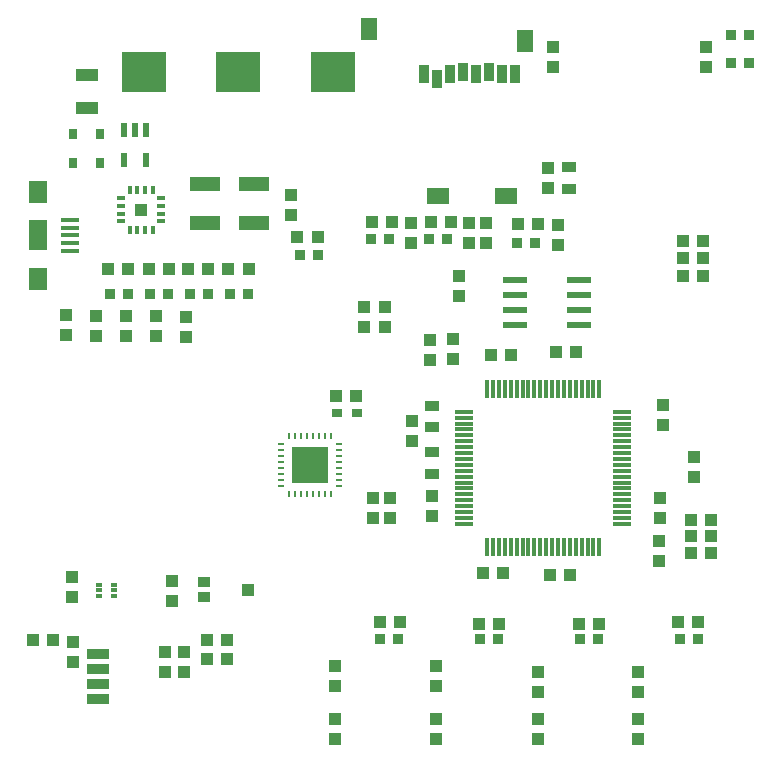
<source format=gbr>
%TF.GenerationSoftware,Novarm,DipTrace,3.2.0.1*%
%TF.CreationDate,2017-11-16T22:50:52-08:00*%
%FSLAX26Y26*%
%MOIN*%
%TF.FileFunction,Paste,Top*%
%TF.Part,Single*%
%AMOUTLINE0*
4,1,4,
-0.049213,-0.023622,
0.049213,-0.023622,
0.049213,0.023622,
-0.049213,0.023622,
-0.049213,-0.023622,
0*%
%AMOUTLINE1*
4,1,4,
-0.012402,-0.016339,
0.012402,-0.016339,
0.012402,0.016339,
-0.012402,0.016339,
-0.012402,-0.016339,
0*%
%AMOUTLINE2*
4,1,4,
-0.035433,0.019685,
-0.035433,-0.019685,
0.035433,-0.019685,
0.035433,0.019685,
-0.035433,0.019685,
0*%
%AMOUTLINE3*
4,1,4,
-0.028543,0.007874,
-0.028543,-0.007874,
0.028543,-0.007874,
0.028543,0.007874,
-0.028543,0.007874,
0*%
%AMOUTLINE4*
4,1,4,
-0.029528,0.035433,
-0.029528,-0.035433,
0.029528,-0.035433,
0.029528,0.035433,
-0.029528,0.035433,
0*%
%AMOUTLINE5*
4,1,4,
-0.029528,0.049213,
-0.029528,-0.049213,
0.029528,-0.049213,
0.029528,0.049213,
-0.029528,0.049213,
0*%
%AMOUTLINE7*
4,1,4,
-0.023622,0.015748,
-0.023622,-0.015748,
0.023622,-0.015748,
0.023622,0.015748,
-0.023622,0.015748,
0*%
%AMOUTLINE8*
4,1,4,
0.023622,-0.015748,
0.023622,0.015748,
-0.023622,0.015748,
-0.023622,-0.015748,
0.023622,-0.015748,
0*%
%AMOUTLINE9*
4,1,4,
-0.015748,0.015748,
-0.015748,-0.015748,
0.015748,-0.015748,
0.015748,0.015748,
-0.015748,0.015748,
0*%
%AMOUTLINE10*
4,1,4,
0.015748,0.029528,
-0.015748,0.029528,
-0.015748,-0.029528,
0.015748,-0.029528,
0.015748,0.029528,
0*%
%AMOUTLINE11*
4,1,4,
0.035433,0.027559,
-0.035433,0.027559,
-0.035433,-0.027559,
0.035433,-0.027559,
0.035433,0.027559,
0*%
%AMOUTLINE12*
4,1,4,
0.027559,0.037402,
-0.027559,0.037402,
-0.027559,-0.037402,
0.027559,-0.037402,
0.027559,0.037402,
0*%
%AMOUTLINE13*
4,1,4,
0.00689,-0.01378,
0.00689,0.01378,
-0.00689,0.01378,
-0.00689,-0.01378,
0.00689,-0.01378,
0*%
%AMOUTLINE14*
4,1,4,
0.01378,0.00689,
-0.01378,0.00689,
-0.01378,-0.00689,
0.01378,-0.00689,
0.01378,0.00689,
0*%
%AMOUTLINE15*
4,1,4,
-0.00689,0.01378,
-0.00689,-0.01378,
0.00689,-0.01378,
0.00689,0.01378,
-0.00689,0.01378,
0*%
%AMOUTLINE16*
4,1,4,
-0.01378,-0.00689,
0.01378,-0.00689,
0.01378,0.00689,
-0.01378,0.00689,
-0.01378,-0.00689,
0*%
%AMOUTLINE17*
4,1,4,
0.019685,-0.019685,
0.019685,0.019685,
-0.019685,0.019685,
-0.019685,-0.019685,
0.019685,-0.019685,
0*%
%AMOUTLINE18*
4,1,4,
-0.010827,-0.023622,
0.010827,-0.023622,
0.010827,0.023622,
-0.010827,0.023622,
-0.010827,-0.023622,
0*%
%AMOUTLINE19*
4,1,4,
0.021654,0.015748,
-0.021654,0.015748,
-0.021654,-0.015748,
0.021654,-0.015748,
0.021654,0.015748,
0*%
%AMOUTLINE20*
4,1,4,
0.021654,0.019685,
-0.021654,0.019685,
-0.021654,-0.019685,
0.021654,-0.019685,
0.021654,0.019685,
0*%
%AMOUTLINE21*
4,1,4,
0.035433,-0.015748,
0.035433,0.015748,
-0.035433,0.015748,
-0.035433,-0.015748,
0.035433,-0.015748,
0*%
%AMOUTLINE22*
4,1,4,
-0.009843,0.005906,
-0.009843,-0.005906,
0.009843,-0.005906,
0.009843,0.005906,
-0.009843,0.005906,
0*%
%ADD21R,0.043307X0.03937*%
%ADD22R,0.03937X0.043307*%
%ADD35R,0.062992X0.011811*%
%ADD36R,0.011811X0.062992*%
%ADD37R,0.07874X0.023622*%
%ADD64R,0.119953X0.119953*%
%ADD66O,0.025465X0.003811*%
%ADD68O,0.003811X0.025465*%
%ADD74R,0.011685X0.003811*%
%ADD76R,0.003811X0.011685*%
%ADD94R,0.035307X0.03137*%
%ADD96R,0.14948X0.133732*%
%ADD100OUTLINE0*%
%ADD101OUTLINE1*%
%ADD102OUTLINE2*%
%ADD103OUTLINE3*%
%ADD104OUTLINE4*%
%ADD105OUTLINE5*%
%ADD107OUTLINE7*%
%ADD108OUTLINE8*%
%ADD109OUTLINE9*%
%ADD110OUTLINE10*%
%ADD111OUTLINE11*%
%ADD112OUTLINE12*%
%ADD113OUTLINE13*%
%ADD114OUTLINE14*%
%ADD115OUTLINE15*%
%ADD116OUTLINE16*%
%ADD117OUTLINE17*%
%ADD118OUTLINE18*%
%ADD119OUTLINE19*%
%ADD120OUTLINE20*%
%ADD121OUTLINE21*%
%ADD122OUTLINE22*%
G75*
G01*
%LPD*%
D96*
X1456500Y2694000D3*
X1141539D3*
X826579D3*
D21*
X2050424Y1750382D3*
X1983495D3*
X1956664Y1025306D3*
X2023593D3*
D22*
X2547125Y1209625D3*
Y1276554D3*
D21*
X2247125Y1019000D3*
X2180196D3*
D22*
X2559625Y1519000D3*
Y1585929D3*
X1787749Y1281500D3*
Y1214571D3*
X1722125Y1465871D3*
Y1532801D3*
X1647003Y1275156D3*
Y1208227D3*
X1590752Y1275156D3*
Y1208227D3*
D100*
X1031470Y2322129D3*
Y2192207D3*
X1193987Y2322129D3*
Y2192207D3*
D21*
X2200249Y1762751D3*
X2267178D3*
D22*
X1319000Y2284625D3*
Y2217696D3*
X1877465Y2014965D3*
Y1948035D3*
D21*
X1037752Y800249D3*
X1104681D3*
X1103378Y737749D3*
X1036449D3*
D22*
X587749Y944000D3*
Y1010929D3*
X589982Y796243D3*
Y729314D3*
X2175437Y2375448D3*
Y2308518D3*
D21*
X1469000Y1615875D3*
X1535929D3*
D101*
X590875Y2487751D3*
X681427D3*
X590875Y2390875D3*
X681427D3*
D102*
X637751Y2575251D3*
Y2685487D3*
G36*
X503745Y2330701D2*
X444756D1*
Y2259807D1*
X503745D1*
Y2330701D1*
G37*
G36*
X488001Y2179758D2*
X460474D1*
Y2120687D1*
X488001D1*
Y2179758D1*
G37*
G36*
X503745Y2040637D2*
X444756D1*
Y1969743D1*
X503745D1*
Y2040637D1*
G37*
D103*
X581500Y2150251D3*
Y2175841D3*
Y2099070D3*
Y2124659D3*
D104*
X474217Y2295329D3*
Y2005172D3*
D105*
Y2150251D3*
D103*
X581500Y2201430D3*
D107*
X1787896Y1356591D3*
Y1427457D3*
D108*
Y1581614D3*
Y1510748D3*
D107*
X2244194Y2306690D3*
Y2377556D3*
D109*
X1407251Y2083751D3*
X1348196D3*
X908583Y1956501D3*
X849528D3*
X775251D3*
X716196D3*
X1175249D3*
X1116194D3*
X1041916D3*
X982861D3*
X2675249Y806500D3*
X2616194D3*
X2341916D3*
X2282861D3*
X2008584D3*
X1949529D3*
X1675251D3*
X1616196D3*
X1837902Y2137923D3*
X1778846D3*
X1644131D3*
X1585076D3*
X2131682Y2125421D3*
X2072627D3*
X2844000Y2725251D3*
X2784945D3*
X2844000Y2819000D3*
X2784945D3*
D110*
X1762749Y2687749D3*
X1806056Y2672001D3*
X1849364Y2687749D3*
X1892671Y2695623D3*
X1935978Y2687749D3*
X1979285Y2695623D3*
X2022592Y2687749D3*
X2065899D3*
D111*
X2034009Y2282238D3*
X1809600D3*
D112*
X1579285Y2839324D3*
X2097001Y2799954D3*
D22*
X1781654Y1736257D3*
Y1803186D3*
X1856654Y1737881D3*
Y1804810D3*
D21*
X1339677Y2144173D3*
X1406606D3*
D22*
X1631500Y1912751D3*
Y1845822D3*
X1969165Y2125421D3*
Y2192350D3*
X969000Y1812751D3*
Y1879680D3*
X869000Y1815875D3*
Y1882804D3*
X769000Y1814571D3*
Y1881500D3*
X669000Y1815875D3*
Y1882804D3*
X2544226Y1131567D3*
Y1064638D3*
X569000Y1884625D3*
Y1817696D3*
D21*
X843738Y2037751D3*
X910667D3*
X708320D3*
X775249D3*
D22*
X1562751Y1912751D3*
Y1845822D3*
D21*
X1109625Y2037751D3*
X1176554D3*
X975251D3*
X1042180D3*
X2675249Y862749D3*
X2608320D3*
X2344000Y856500D3*
X2277071D3*
X2012751D3*
X1945822D3*
X1681500Y862749D3*
X1614571D3*
D22*
X1912741Y2125249D3*
Y2192178D3*
D21*
X1783311Y2194000D3*
X1850240D3*
D22*
X1718991Y2125249D3*
Y2192178D3*
D21*
X1587739Y2194000D3*
X1654668D3*
D22*
X2206690Y2119171D3*
Y2186100D3*
D21*
X2075427Y2187928D3*
X2142356D3*
D22*
X1465073Y714995D3*
Y648066D3*
X1802609Y714995D3*
Y648066D3*
X2141972Y696243D3*
Y629314D3*
X2475469Y694031D3*
Y627102D3*
X2140144Y537765D3*
Y470836D3*
X1802609Y537765D3*
Y470836D3*
X2475469Y537765D3*
Y470836D3*
X1465073Y537765D3*
Y470836D3*
D21*
X456507Y800282D3*
X523436D3*
D22*
X962810Y762778D3*
Y695849D3*
X897175Y762778D3*
Y695849D3*
D21*
X2650249Y1203375D3*
X2717178D3*
X2650251Y1147125D3*
X2717180D3*
X2650249Y1090875D3*
X2717178D3*
X2625251Y2131500D3*
X2692180D3*
X2625252Y2075251D3*
X2692181D3*
X2625488Y2016034D3*
X2692417D3*
D22*
X920157Y930713D3*
Y997642D3*
X2702466Y2777465D3*
Y2710535D3*
X2662988Y1412846D3*
Y1345917D3*
X2189963Y2710546D3*
Y2777475D3*
D94*
X1469911Y1557411D3*
X1536840D3*
D35*
X1894984Y1562749D3*
Y1543064D3*
Y1523379D3*
Y1503694D3*
Y1484009D3*
Y1464324D3*
Y1444639D3*
Y1424954D3*
Y1405269D3*
Y1385584D3*
Y1365899D3*
Y1346214D3*
Y1326529D3*
Y1306844D3*
Y1287159D3*
Y1267474D3*
Y1247789D3*
Y1228104D3*
Y1208419D3*
Y1188734D3*
D36*
X1971756Y1111962D3*
X1991441D3*
X2011126D3*
X2030811D3*
X2050496D3*
X2070181D3*
X2089866D3*
X2109551D3*
X2129236D3*
X2148921D3*
X2168606D3*
X2188291D3*
X2207976D3*
X2227661D3*
X2247346D3*
X2267031D3*
X2286717D3*
X2306402D3*
X2326087D3*
X2345772D3*
D35*
X2422543Y1188734D3*
Y1208419D3*
Y1228104D3*
Y1247789D3*
Y1267474D3*
Y1287159D3*
Y1306844D3*
Y1326529D3*
Y1346214D3*
Y1365899D3*
Y1385584D3*
Y1405269D3*
Y1424954D3*
Y1444639D3*
Y1464324D3*
Y1484009D3*
Y1503694D3*
Y1523379D3*
Y1543064D3*
Y1562749D3*
D36*
X2345772Y1639521D3*
X2326087D3*
X2306402D3*
X2286717D3*
X2267031D3*
X2247346D3*
X2227661D3*
X2207976D3*
X2188291D3*
X2168606D3*
X2148921D3*
X2129236D3*
X2109551D3*
X2089866D3*
X2070181D3*
X2050496D3*
X2030811D3*
X2011126D3*
X1991441D3*
X1971756D3*
D113*
X856500Y2303375D3*
X830909D3*
X805319D3*
X779728D3*
D114*
X750201Y2273848D3*
Y2248257D3*
Y2222667D3*
Y2197076D3*
D115*
X779728Y2167549D3*
X805319D3*
X830909D3*
X856500D3*
D116*
X886028Y2197076D3*
Y2222667D3*
Y2248257D3*
Y2273848D3*
D117*
X818114Y2235462D3*
D118*
X834625Y2503375D3*
X797223D3*
X759822D3*
Y2401005D3*
X834625D3*
D37*
X2065875Y2003375D3*
Y1953375D3*
Y1903375D3*
Y1853375D3*
X2278474D3*
Y1903375D3*
Y1953375D3*
Y2003375D3*
D76*
X1281593Y812783D3*
X1261908D3*
X1242223D3*
X1222538D3*
X1202853D3*
D74*
X1193010Y783256D3*
Y763571D3*
Y743886D3*
D76*
X1222538Y714358D3*
X1242223D3*
X1261908D3*
X1281593D3*
D74*
X1291436Y743886D3*
Y763571D3*
Y783256D3*
D76*
X1202853Y714358D3*
D119*
X1028375Y944000D3*
D120*
X1175226Y969984D3*
D119*
X1028375Y995181D3*
D121*
X675280Y756528D3*
Y606528D3*
Y656528D3*
Y706528D3*
D122*
X728375Y947126D3*
Y966811D3*
Y986496D3*
X676407D3*
Y966811D3*
Y947126D3*
D68*
X1450816Y1481230D3*
X1431131D3*
X1411446D3*
X1391761D3*
X1372076D3*
X1352391D3*
X1332706D3*
X1313021D3*
D66*
X1285462Y1453671D3*
Y1433986D3*
Y1414301D3*
Y1394615D3*
Y1374930D3*
Y1355245D3*
Y1335560D3*
Y1315875D3*
D68*
X1313021Y1288316D3*
X1332706D3*
X1352391D3*
X1372076D3*
X1391761D3*
X1411446D3*
X1431131D3*
X1450816D3*
D66*
X1478375Y1315875D3*
Y1335560D3*
Y1355245D3*
Y1374930D3*
Y1394615D3*
Y1414301D3*
Y1433986D3*
Y1453671D3*
D64*
X1381919Y1384773D3*
M02*

</source>
